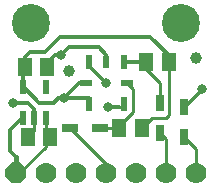
<source format=gbr>
G04 EAGLE Gerber RS-274X export*
G75*
%MOMM*%
%FSLAX34Y34*%
%LPD*%
%INTop Copper*%
%IPPOS*%
%AMOC8*
5,1,8,0,0,1.08239X$1,22.5*%
G01*
%ADD10R,1.300000X1.500000*%
%ADD11C,3.216000*%
%ADD12R,0.550000X1.200000*%
%ADD13C,1.000000*%
%ADD14R,0.500000X1.200000*%
%ADD15R,1.100000X0.600000*%
%ADD16R,0.600000X1.100000*%
%ADD17P,1.924489X8X112.500000*%
%ADD18C,1.778000*%
%ADD19R,0.800000X1.350000*%
%ADD20R,1.350000X0.800000*%
%ADD21C,0.304800*%
%ADD22C,0.800100*%
%ADD23C,0.254000*%
%ADD24C,0.406400*%


D10*
X19710Y115570D03*
X38710Y115570D03*
D11*
X25400Y152400D03*
X152400Y152400D03*
D10*
X41250Y55880D03*
X22250Y55880D03*
D12*
X18440Y72089D03*
X27940Y72089D03*
X37440Y72089D03*
X37440Y98091D03*
X18440Y98091D03*
D10*
X141580Y119380D03*
X122580Y119380D03*
X99720Y63500D03*
X118720Y63500D03*
D13*
X165100Y123190D03*
D14*
X74400Y119600D03*
D15*
X71400Y101600D03*
D14*
X74400Y83600D03*
X103400Y83600D03*
D15*
X106400Y101600D03*
D14*
X103400Y119600D03*
D16*
X88900Y119600D03*
D13*
X57150Y111760D03*
D17*
X12700Y25400D03*
D18*
X38100Y25400D03*
X63500Y25400D03*
X88900Y25400D03*
X114300Y25400D03*
X139700Y25400D03*
X165100Y25400D03*
D19*
X154940Y55880D03*
X154940Y81280D03*
D20*
X58420Y63500D03*
X83820Y63500D03*
D19*
X134620Y59690D03*
X134620Y85090D03*
D21*
X88900Y125730D02*
X82550Y132080D01*
X88900Y125730D02*
X88900Y119600D01*
D22*
X50800Y125730D03*
X10160Y85090D03*
D21*
X57150Y132080D02*
X82550Y132080D01*
X41910Y115570D02*
X38710Y115570D01*
X41910Y115570D02*
X41910Y121920D01*
X50800Y125730D02*
X57150Y132080D01*
X27940Y80010D02*
X27940Y72089D01*
X27940Y80010D02*
X22860Y85090D01*
X10160Y85090D01*
X41910Y121920D02*
X45720Y125730D01*
X50800Y125730D01*
D23*
X27940Y61570D02*
X22250Y55880D01*
X27940Y61570D02*
X27940Y72089D01*
D21*
X104450Y119380D02*
X122580Y119380D01*
X104450Y119380D02*
X104230Y119600D01*
X103400Y119600D01*
D23*
X122580Y119380D02*
X122580Y113640D01*
X134620Y101600D01*
X134620Y85090D01*
X99720Y63500D02*
X83820Y63500D01*
X99720Y63500D02*
X99720Y65430D01*
X111760Y77470D01*
X111760Y96240D01*
X106400Y101600D01*
X134620Y59690D02*
X139700Y54610D01*
X139700Y25400D01*
X88900Y33020D02*
X58420Y63500D01*
X88900Y33020D02*
X88900Y25400D01*
D21*
X19710Y115570D02*
X18440Y115570D01*
X18440Y98091D01*
X53340Y88900D02*
X66040Y101600D01*
X71400Y101600D01*
X74400Y88900D02*
X74400Y83600D01*
X74400Y88900D02*
X53340Y88900D01*
D22*
X53340Y88900D03*
D21*
X19710Y115570D02*
X19710Y120040D01*
X49530Y140970D02*
X125730Y140970D01*
X142240Y120040D02*
X141580Y119380D01*
X18749Y98091D02*
X18440Y98091D01*
X18749Y98091D02*
X31750Y85090D01*
X44450Y85090D01*
X125730Y140970D02*
X141580Y125120D01*
X141580Y119380D01*
X49530Y140970D02*
X36830Y128270D01*
X24130Y128270D01*
X19710Y123850D01*
X19710Y115570D01*
X48260Y88900D02*
X44450Y85090D01*
X48260Y88900D02*
X53340Y88900D01*
D23*
X118720Y63500D02*
X127610Y72390D01*
X139700Y72390D01*
X142240Y74930D01*
X142240Y119380D01*
X141580Y119380D01*
D21*
X18440Y72089D02*
X17479Y72089D01*
X7620Y62230D01*
X7620Y44450D01*
X12700Y39370D01*
X37440Y72089D02*
X37741Y72390D01*
D24*
X12700Y39370D02*
X12700Y25400D01*
D23*
X37440Y59690D02*
X37440Y72089D01*
X37440Y59690D02*
X41250Y55880D01*
X37440Y47600D02*
X37440Y72089D01*
X37440Y47600D02*
X17780Y27940D01*
X15240Y27940D01*
X12700Y25400D01*
X154940Y55880D02*
X165100Y45720D01*
X165100Y25400D01*
D21*
X99370Y81280D02*
X90170Y81280D01*
D22*
X90170Y81280D03*
D23*
X101080Y81280D02*
X103400Y83600D01*
X101080Y81280D02*
X99370Y81280D01*
D21*
X74400Y116100D02*
X74400Y119600D01*
X74400Y116100D02*
X88900Y101600D01*
D22*
X88900Y101600D03*
X170180Y96520D03*
D23*
X154940Y81280D01*
M02*

</source>
